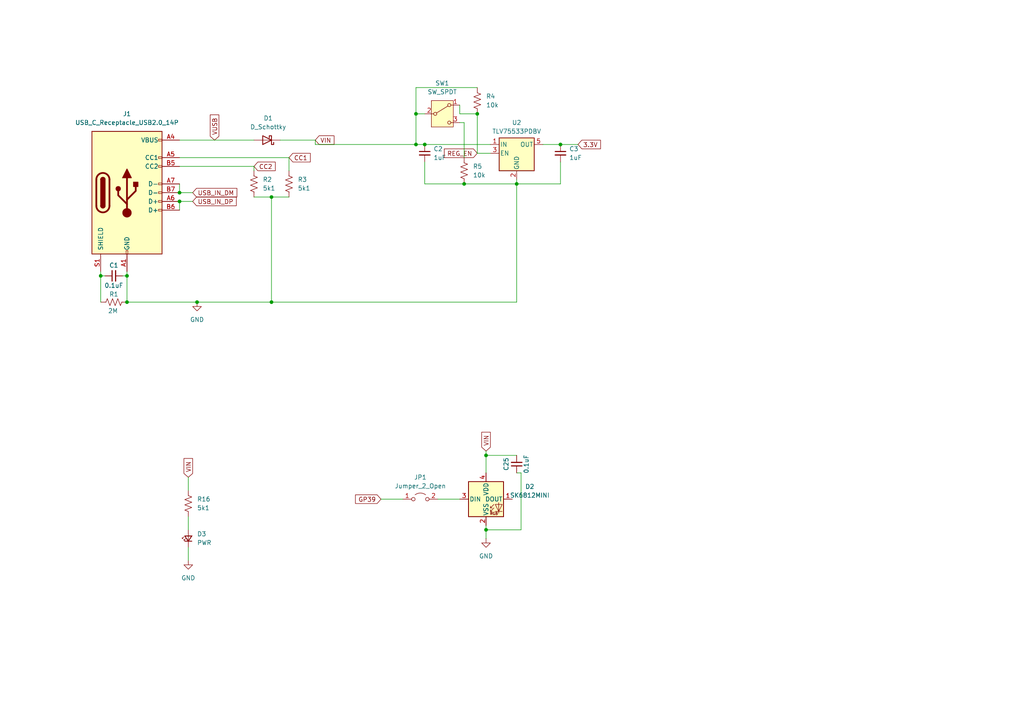
<source format=kicad_sch>
(kicad_sch (version 20231120) (generator "eeschema") (generator_version "8.0")
  (paper "A4")
  (lib_symbols
    (symbol "Connector:USB_C_Receptacle_USB2.0_14P" (pin_names (offset 1.016))
      (property "Reference" "J" (at 0 22.225 0))
      (property "Value" "USB_C_Receptacle_USB2.0_14P" (at 0 19.685 0))
      (symbol "USB_C_Receptacle_USB2.0_14P_0_0"
        (rectangle (start -0.254 -17.78) (end 0.254 -16.764))
        (rectangle (start 10.16 -4.826) (end 9.144 -5.334))
        (rectangle (start 10.16 -2.286) (end 9.144 -2.794))
        (rectangle (start 10.16 0.254) (end 9.144 -0.254))
        (rectangle (start 10.16 2.794) (end 9.144 2.286))
        (rectangle (start 10.16 7.874) (end 9.144 7.366))
        (rectangle (start 10.16 10.414) (end 9.144 9.906))
        (rectangle (start 10.16 15.494) (end 9.144 14.986))
      )
      (symbol "USB_C_Receptacle_USB2.0_14P_0_1"
        (rectangle (start -10.16 17.78) (end 10.16 -17.78) (stroke (width 0.254)) (fill (type background)))
        (arc (start -8.89 -3.81) (mid -6.985 -5.7067) (end -5.08 -3.81) (stroke (width 0.508)))
        (arc (start -7.62 -3.81) (mid -6.985 -4.4423) (end -6.35 -3.81) (stroke (width 0.254)))
        (arc (start -7.62 -3.81) (mid -6.985 -4.4423) (end -6.35 -3.81) (stroke (width 0.254)) (fill (type outline)))
        (rectangle (start -7.62 -3.81) (end -6.35 3.81) (stroke (width 0.254)) (fill (type outline)))
        (arc (start -6.35 3.81) (mid -6.985 4.4423) (end -7.62 3.81) (stroke (width 0.254)))
        (arc (start -6.35 3.81) (mid -6.985 4.4423) (end -7.62 3.81) (stroke (width 0.254)) (fill (type outline)))
        (arc (start -5.08 3.81) (mid -6.985 5.7067) (end -8.89 3.81) (stroke (width 0.508)))
        (circle (center -2.54 1.143) (radius 0.635) (stroke (width 0.254)) (fill (type outline)))
        (circle (center 0 -5.842) (radius 1.27) (fill (type outline)))
        (polyline (pts (xy -8.89 -3.81) (xy -8.89 3.81)) (stroke (width 0.508)))
        (polyline (pts (xy -5.08 3.81) (xy -5.08 -3.81)) (stroke (width 0.508)))
        (polyline (pts (xy 0 -5.842) (xy 0 4.318)) (stroke (width 0.508)))
        (polyline (pts (xy 0 -3.302) (xy -2.54 -0.762) (xy -2.54 0.508)) (stroke (width 0.508)))
        (polyline (pts (xy 0 -2.032) (xy 2.54 0.508) (xy 2.54 1.778)) (stroke (width 0.508)))
        (polyline (pts (xy -1.27 4.318) (xy 0 6.858) (xy 1.27 4.318) (xy -1.27 4.318)) (stroke (width 0.254)) (fill (type outline)))
        (rectangle (start 1.905 1.778) (end 3.175 3.048) (stroke (width 0.254)) (fill (type outline)))
      )
      (symbol "USB_C_Receptacle_USB2.0_14P_1_1"
        (pin passive line (at 0 -22.86 90) (length 5.08) (name "GND") (number "A1"))
        (pin passive line (at 0 -22.86 90) (length 5.08) hide (name "GND") (number "A12"))
        (pin passive line (at 15.24 15.24 180) (length 5.08) (name "VBUS") (number "A4"))
        (pin bidirectional line (at 15.24 10.16 180) (length 5.08) (name "CC1") (number "A5"))
        (pin bidirectional line (at 15.24 -2.54 180) (length 5.08) (name "D+") (number "A6"))
        (pin bidirectional line (at 15.24 2.54 180) (length 5.08) (name "D-") (number "A7"))
        (pin passive line (at 15.24 15.24 180) (length 5.08) hide (name "VBUS") (number "A9"))
        (pin passive line (at 0 -22.86 90) (length 5.08) hide (name "GND") (number "B1"))
        (pin passive line (at 0 -22.86 90) (length 5.08) hide (name "GND") (number "B12"))
        (pin passive line (at 15.24 15.24 180) (length 5.08) hide (name "VBUS") (number "B4"))
        (pin bidirectional line (at 15.24 7.62 180) (length 5.08) (name "CC2") (number "B5"))
        (pin bidirectional line (at 15.24 -5.08 180) (length 5.08) (name "D+") (number "B6"))
        (pin bidirectional line (at 15.24 0 180) (length 5.08) (name "D-") (number "B7"))
        (pin passive line (at 15.24 15.24 180) (length 5.08) hide (name "VBUS") (number "B9"))
        (pin passive line (at -7.62 -22.86 90) (length 5.08) (name "SHIELD") (number "S1"))
      )
    )
    (symbol "Device:C_Small" (pin_numbers hide) (pin_names (offset 0.254) hide)
      (property "Reference" "C" (at 0.254 1.778 0))
      (property "Value" "C_Small" (at 0.254 -2.032 0))
      (symbol "C_Small_0_1"
        (polyline (pts (xy -1.524 -0.508) (xy 1.524 -0.508)) (stroke (width 0.3302)))
        (polyline (pts (xy -1.524 0.508) (xy 1.524 0.508)) (stroke (width 0.3048)))
      )
      (symbol "C_Small_1_1"
        (pin passive line (at 0 2.54 270) (length 2.032) (name "~") (number "1"))
        (pin passive line (at 0 -2.54 90) (length 2.032) (name "~") (number "2"))
      )
    )
    (symbol "Device:D_Schottky" (pin_numbers hide) (pin_names (offset 1.016) hide)
      (property "Reference" "D" (at 0 2.54 0))
      (property "Value" "D_Schottky" (at 0 -2.54 0))
      (symbol "D_Schottky_0_1"
        (polyline (pts (xy 1.27 0) (xy -1.27 0)))
        (polyline (pts (xy 1.27 1.27) (xy 1.27 -1.27) (xy -1.27 0) (xy 1.27 1.27)) (stroke (width 0.254)))
        (polyline (pts (xy -1.905 0.635) (xy -1.905 1.27) (xy -1.27 1.27) (xy -1.27 -1.27) (xy -0.635 -1.27) (xy -0.635 -0.635)) (stroke (width 0.254)))
      )
      (symbol "D_Schottky_1_1"
        (pin passive line (at -3.81 0 0) (length 2.54) (name "K") (number "1"))
        (pin passive line (at 3.81 0 180) (length 2.54) (name "A") (number "2"))
      )
    )
    (symbol "Device:LED_Small" (pin_numbers hide) (pin_names (offset 0.254) hide)
      (property "Reference" "D" (at -1.27 3.175 0))
      (property "Value" "LED_Small" (at -4.445 -2.54 0))
      (symbol "LED_Small_0_1"
        (polyline (pts (xy -0.762 -1.016) (xy -0.762 1.016)) (stroke (width 0.254)))
        (polyline (pts (xy 1.016 0) (xy -0.762 0)))
        (polyline (pts (xy 0.762 -1.016) (xy -0.762 0) (xy 0.762 1.016) (xy 0.762 -1.016)) (stroke (width 0.254)))
        (polyline (pts (xy 0 0.762) (xy -0.508 1.27) (xy -0.254 1.27) (xy -0.508 1.27) (xy -0.508 1.016)))
        (polyline (pts (xy 0.508 1.27) (xy 0 1.778) (xy 0.254 1.778) (xy 0 1.778) (xy 0 1.524)))
      )
      (symbol "LED_Small_1_1"
        (pin passive line (at -2.54 0 0) (length 1.778) (name "K") (number "1"))
        (pin passive line (at 2.54 0 180) (length 1.778) (name "A") (number "2"))
      )
    )
    (symbol "Device:R_US" (pin_numbers hide) (pin_names (offset 0))
      (property "Reference" "R" (at 2.54 0 90))
      (property "Value" "R_US" (at -2.54 0 90))
      (symbol "R_US_0_1"
        (polyline (pts (xy 0 -2.286) (xy 0 -2.54)))
        (polyline (pts (xy 0 2.286) (xy 0 2.54)))
        (polyline (pts (xy 0 -0.762) (xy 1.016 -1.143) (xy 0 -1.524) (xy -1.016 -1.905) (xy 0 -2.286)))
        (polyline (pts (xy 0 0.762) (xy 1.016 0.381) (xy 0 0) (xy -1.016 -0.381) (xy 0 -0.762)))
        (polyline (pts (xy 0 2.286) (xy 1.016 1.905) (xy 0 1.524) (xy -1.016 1.143) (xy 0 0.762)))
      )
      (symbol "R_US_1_1"
        (pin passive line (at 0 3.81 270) (length 1.27) (name "~") (number "1"))
        (pin passive line (at 0 -3.81 90) (length 1.27) (name "~") (number "2"))
      )
    )
    (symbol "Jumper:Jumper_2_Open" (pin_names (offset 0) hide)
      (property "Reference" "JP" (at 0 2.794 0))
      (property "Value" "Jumper_2_Open" (at 0 -2.286 0))
      (symbol "Jumper_2_Open_0_0"
        (circle (center -2.032 0) (radius 0.508))
        (circle (center 2.032 0) (radius 0.508))
      )
      (symbol "Jumper_2_Open_0_1"
        (arc (start 1.524 1.27) (mid 0 1.778) (end -1.524 1.27))
      )
      (symbol "Jumper_2_Open_1_1"
        (pin passive line (at -5.08 0 0) (length 2.54) (name "A") (number "1"))
        (pin passive line (at 5.08 0 180) (length 2.54) (name "B") (number "2"))
      )
    )
    (symbol "LED:SK6812MINI" (pin_names (offset 0.254))
      (property "Reference" "D" (at 5.08 5.715 0))
      (property "Value" "SK6812MINI" (at 1.27 -5.715 0))
      (symbol "SK6812MINI_0_0"
        (text "RGB" (at 2.286 -4.191 0) (effects (font (size 0.762 0.762))))
      )
      (symbol "SK6812MINI_0_1"
        (polyline (pts (xy 1.27 -3.556) (xy 1.778 -3.556)))
        (polyline (pts (xy 1.27 -2.54) (xy 1.778 -2.54)))
        (polyline (pts (xy 4.699 -3.556) (xy 2.667 -3.556)))
        (polyline (pts (xy 2.286 -2.54) (xy 1.27 -3.556) (xy 1.27 -3.048)))
        (polyline (pts (xy 2.286 -1.524) (xy 1.27 -2.54) (xy 1.27 -2.032)))
        (polyline (pts (xy 3.683 -1.016) (xy 3.683 -3.556) (xy 3.683 -4.064)))
        (polyline (pts (xy 4.699 -1.524) (xy 2.667 -1.524) (xy 3.683 -3.556) (xy 4.699 -1.524)))
        (rectangle (start 5.08 5.08) (end -5.08 -5.08) (stroke (width 0.254)) (fill (type background)))
      )
      (symbol "SK6812MINI_1_1"
        (pin output line (at 7.62 0 180) (length 2.54) (name "DOUT") (number "1"))
        (pin power_in line (at 0 -7.62 90) (length 2.54) (name "VSS") (number "2"))
        (pin input line (at -7.62 0 0) (length 2.54) (name "DIN") (number "3"))
        (pin power_in line (at 0 7.62 270) (length 2.54) (name "VDD") (number "4"))
      )
    )
    (symbol "Regulator_Linear:TLV75533PDBV" (pin_names (offset 0.254))
      (property "Reference" "U" (at -3.81 5.715 0))
      (property "Value" "TLV75533PDBV" (at 0 5.715 0))
      (symbol "TLV75533PDBV_0_1"
        (rectangle (start -5.08 4.445) (end 5.08 -5.08) (stroke (width 0.254)) (fill (type background)))
      )
      (symbol "TLV75533PDBV_1_1"
        (pin power_in line (at -7.62 2.54 0) (length 2.54) (name "IN") (number "1"))
        (pin power_in line (at 0 -7.62 90) (length 2.54) (name "GND") (number "2"))
        (pin input line (at -7.62 0 0) (length 2.54) (name "EN") (number "3"))
        (pin no_connect line (at 5.08 0 180) (length 2.54) hide (name "NC") (number "4"))
        (pin power_out line (at 7.62 2.54 180) (length 2.54) (name "OUT") (number "5"))
      )
    )
    (symbol "Switch:SW_SPDT" (pin_names (offset 0) hide)
      (property "Reference" "SW" (at 0 5.08 0))
      (property "Value" "SW_SPDT" (at 0 -5.08 0))
      (symbol "SW_SPDT_0_1"
        (circle (center -2.032 0) (radius 0.4572))
        (polyline (pts (xy -1.651 0.254) (xy 1.651 2.286)))
        (circle (center 2.032 -2.54) (radius 0.4572))
        (circle (center 2.032 2.54) (radius 0.4572))
      )
      (symbol "SW_SPDT_1_1"
        (rectangle (start -3.175 3.81) (end 3.175 -3.81) (fill (type background)))
        (pin passive line (at 5.08 2.54 180) (length 2.54) (name "A") (number "1"))
        (pin passive line (at -5.08 0 0) (length 2.54) (name "B") (number "2"))
        (pin passive line (at 5.08 -2.54 180) (length 2.54) (name "C") (number "3"))
      )
    )
    (symbol "power:GND" (power) (pin_numbers hide) (pin_names (offset 0) hide)
      (property "Value" "GND" (at 0 -3.81 0))
      (symbol "GND_0_1"
        (polyline (pts (xy 0 0) (xy 0 -1.27) (xy 1.27 -1.27) (xy 0 -2.54) (xy -1.27 -1.27) (xy 0 -1.27)))
      )
      (symbol "GND_1_1"
        (pin power_in line (at 0 0 270) (length 0) (name "~") (number "1"))
      )
    )
  )
  (junction (at 120.65 33.02))
  (junction (at 36.83 80.01))
  (junction (at 149.86 53.34))
  (junction (at 120.65 41.91))
  (junction (at 57.15 87.63))
  (junction (at 29.21 80.01))
  (junction (at 162.56 41.91))
  (junction (at 140.97 153.67))
  (junction (at 36.83 87.63))
  (junction (at 134.62 53.34))
  (junction (at 78.74 57.15))
  (junction (at 52.07 55.88))
  (junction (at 140.97 132.08))
  (junction (at 123.19 41.91))
  (junction (at 52.07 58.42))
  (junction (at 138.43 33.02))
  (junction (at 78.74 87.63))
  (wire (pts (xy 54.61 158.75) (xy 54.61 162.56)))
  (wire (pts (xy 81.28 40.64) (xy 91.44 40.64)))
  (wire (pts (xy 123.19 41.91) (xy 120.65 41.91)))
  (wire (pts (xy 29.21 80.01) (xy 30.48 80.01)))
  (wire (pts (xy 78.74 87.63) (xy 57.15 87.63)))
  (wire (pts (xy 134.62 35.56) (xy 134.62 45.72)))
  (wire (pts (xy 133.35 35.56) (xy 134.62 35.56)))
  (wire (pts (xy 123.19 53.34) (xy 134.62 53.34)))
  (wire (pts (xy 162.56 46.99) (xy 162.56 53.34)))
  (wire (pts (xy 149.86 53.34) (xy 149.86 87.63)))
  (wire (pts (xy 120.65 33.02) (xy 123.19 33.02)))
  (wire (pts (xy 73.66 48.26) (xy 73.66 49.53)))
  (wire (pts (xy 110.49 144.78) (xy 116.84 144.78)))
  (wire (pts (xy 149.86 137.16) (xy 151.13 137.16)))
  (wire (pts (xy 149.86 52.07) (xy 149.86 53.34)))
  (wire (pts (xy 134.62 53.34) (xy 149.86 53.34)))
  (wire (pts (xy 157.48 41.91) (xy 162.56 41.91)))
  (wire (pts (xy 151.13 153.67) (xy 140.97 153.67)))
  (wire (pts (xy 52.07 40.64) (xy 73.66 40.64)))
  (wire (pts (xy 78.74 57.15) (xy 78.74 87.63)))
  (wire (pts (xy 149.86 87.63) (xy 78.74 87.63)))
  (wire (pts (xy 73.66 57.15) (xy 78.74 57.15)))
  (wire (pts (xy 151.13 137.16) (xy 151.13 153.67)))
  (wire (pts (xy 52.07 48.26) (xy 73.66 48.26)))
  (wire (pts (xy 138.43 25.4) (xy 120.65 25.4)))
  (wire (pts (xy 29.21 80.01) (xy 29.21 87.63)))
  (wire (pts (xy 127 144.78) (xy 133.35 144.78)))
  (wire (pts (xy 120.65 25.4) (xy 120.65 33.02)))
  (wire (pts (xy 138.43 33.02) (xy 138.43 44.45)))
  (wire (pts (xy 140.97 153.67) (xy 140.97 156.21)))
  (wire (pts (xy 123.19 46.99) (xy 123.19 53.34)))
  (wire (pts (xy 91.44 41.91) (xy 91.44 40.64)))
  (wire (pts (xy 54.61 138.43) (xy 54.61 142.24)))
  (wire (pts (xy 140.97 132.08) (xy 140.97 137.16)))
  (wire (pts (xy 140.97 132.08) (xy 149.86 132.08)))
  (wire (pts (xy 133.35 33.02) (xy 138.43 33.02)))
  (wire (pts (xy 78.74 57.15) (xy 83.82 57.15)))
  (wire (pts (xy 29.21 78.74) (xy 29.21 80.01)))
  (wire (pts (xy 162.56 53.34) (xy 149.86 53.34)))
  (wire (pts (xy 36.83 78.74) (xy 36.83 80.01)))
  (wire (pts (xy 142.24 41.91) (xy 123.19 41.91)))
  (wire (pts (xy 57.15 87.63) (xy 36.83 87.63)))
  (wire (pts (xy 140.97 152.4) (xy 140.97 153.67)))
  (wire (pts (xy 52.07 58.42) (xy 52.07 60.96)))
  (wire (pts (xy 83.82 45.72) (xy 83.82 49.53)))
  (wire (pts (xy 162.56 41.91) (xy 167.64 41.91)))
  (wire (pts (xy 54.61 149.86) (xy 54.61 153.67)))
  (wire (pts (xy 120.65 41.91) (xy 91.44 41.91)))
  (wire (pts (xy 138.43 44.45) (xy 142.24 44.45)))
  (wire (pts (xy 52.07 53.34) (xy 52.07 55.88)))
  (wire (pts (xy 133.35 30.48) (xy 133.35 33.02)))
  (wire (pts (xy 52.07 55.88) (xy 55.88 55.88)))
  (wire (pts (xy 52.07 45.72) (xy 83.82 45.72)))
  (wire (pts (xy 140.97 130.81) (xy 140.97 132.08)))
  (wire (pts (xy 52.07 58.42) (xy 55.88 58.42)))
  (wire (pts (xy 35.56 80.01) (xy 36.83 80.01)))
  (wire (pts (xy 36.83 80.01) (xy 36.83 87.63)))
  (wire (pts (xy 120.65 33.02) (xy 120.65 41.91)))
  (global_label "CC2" (shape input) (at 73.66 48.26 0) (property "Intersheetrefs" "${INTERSHEET_REFS}" (effects (hide yes))))
  (global_label "VIN" (shape input) (at 140.97 130.81 90) (property "Intersheetrefs" "${INTERSHEET_REFS}" (effects (hide yes))))
  (global_label "REG_EN" (shape input) (at 138.43 44.45 180) (property "Intersheetrefs" "${INTERSHEET_REFS}" (effects (hide yes))))
  (global_label "VIN" (shape input) (at 91.44 40.64 0) (property "Intersheetrefs" "${INTERSHEET_REFS}" (effects (hide yes))))
  (global_label "CC1" (shape input) (at 83.82 45.72 0) (property "Intersheetrefs" "${INTERSHEET_REFS}" (effects (hide yes))))
  (global_label "VUSB" (shape input) (at 62.23 40.64 90) (property "Intersheetrefs" "${INTERSHEET_REFS}" (effects (hide yes))))
  (global_label "VIN" (shape input) (at 54.61 138.43 90) (property "Intersheetrefs" "${INTERSHEET_REFS}" (effects (hide yes))))
  (global_label "GP39" (shape input) (at 110.49 144.78 180) (property "Intersheetrefs" "${INTERSHEET_REFS}" (effects (hide yes))))
  (global_label "3.3V" (shape input) (at 167.64 41.91 0) (property "Intersheetrefs" "${INTERSHEET_REFS}" (effects (hide yes))))
  (global_label "USB_IN_DP" (shape input) (at 55.88 58.42 0) (property "Intersheetrefs" "${INTERSHEET_REFS}" (effects (hide yes))))
  (global_label "USB_IN_DM" (shape input) (at 55.88 55.88 0) (property "Intersheetrefs" "${INTERSHEET_REFS}" (effects (hide yes))))
  (symbol (lib_id "LED:SK6812MINI") (at 140.97 144.78 0) (unit 1)
    (property "Reference" "D2" (at 153.67 141.132 0))
    (property "Value" "SK6812MINI" (at 153.67 143.672 0))
    (property "Footprint" "LED_SMD:LED_SK6812MINI_PLCC4_3.5x3.5mm_P1.75mm" (effects (hide yes)))
    (property "Datasheet" "https://cdn-shop.adafruit.com/product-files/2686/SK6812MINI_REV.01-1-2.pdf" (effects (hide yes)))
    (property "Description" "RGB LED with integrated controller" (effects (hide yes)))
  )
  (symbol (lib_id "Device:R_US") (at 54.61 146.05 0) (unit 1)
    (property "Reference" "R16" (at 57.15 144.7799 0) (effects (justify left)))
    (property "Value" "5k1" (at 57.15 147.3199 0) (effects (justify left)))
    (property "Footprint" "Resistor_SMD:R_0402_1005Metric" (effects (hide yes)))
    (property "Description" "Resistor, US symbol" (effects (hide yes)))
  )
  (symbol (lib_id "Device:R_US") (at 83.82 53.34 180) (unit 1)
    (property "Reference" "R3" (at 86.36 52.0699 0) (effects (justify right)))
    (property "Value" "5k1" (at 86.36 54.6099 0) (effects (justify right)))
    (property "Footprint" "Resistor_SMD:R_0402_1005Metric" (effects (hide yes)))
    (property "Description" "Resistor, US symbol" (effects (hide yes)))
  )
  (symbol (lib_id "power:GND") (at 57.15 87.63 0) (unit 1)
    (property "Reference" "#PWR01" (effects (hide yes)))
    (property "Value" "GND" (at 57.15 92.71 0))
    (property "Description" "Power symbol creates a global label with name \"GND\" , ground" (effects (hide yes)))
  )
  (symbol (lib_id "Device:R_US") (at 73.66 53.34 180) (unit 1)
    (property "Reference" "R2" (at 76.2 52.0699 0) (effects (justify right)))
    (property "Value" "5k1" (at 76.2 54.6099 0) (effects (justify right)))
    (property "Footprint" "Resistor_SMD:R_0402_1005Metric" (effects (hide yes)))
    (property "Description" "Resistor, US symbol" (effects (hide yes)))
  )
  (symbol (lib_id "Connector:USB_C_Receptacle_USB2.0_14P") (at 36.83 55.88 0) (unit 1)
    (property "Reference" "J1" (at 36.83 33.02 0))
    (property "Value" "USB_C_Receptacle_USB2.0_14P" (at 36.83 35.56 0))
    (property "Footprint" "Connector_USB:USB_C_Receptacle_GCT_USB4105-xx-A_16P_TopMnt_Horizontal" (effects (hide yes)))
    (property "Datasheet" "https://www.usb.org/sites/default/files/documents/usb_type-c.zip" (effects (hide yes)))
    (property "Description" "USB 2.0-only 14P Type-C Receptacle connector" (effects (hide yes)))
  )
  (symbol (lib_id "Switch:SW_SPDT") (at 128.27 33.02 0) (unit 1)
    (property "Reference" "SW1" (at 128.27 24.13 0))
    (property "Value" "SW_SPDT" (at 128.27 26.67 0))
    (property "Footprint" "Button_Switch_SMD:SW_SPDT_CK_JS102011SAQN" (effects (hide yes)))
    (property "Description" "Switch, single pole double throw" (effects (hide yes)))
  )
  (symbol (lib_id "Device:R_US") (at 138.43 29.21 0) (unit 1)
    (property "Reference" "R4" (at 140.97 27.9399 0) (effects (justify left)))
    (property "Value" "10k" (at 140.97 30.4799 0) (effects (justify left)))
    (property "Footprint" "Resistor_SMD:R_0402_1005Metric" (effects (hide yes)))
    (property "Description" "Resistor, US symbol" (effects (hide yes)))
  )
  (symbol (lib_id "Device:C_Small") (at 162.56 44.45 0) (unit 1)
    (property "Reference" "C3" (at 165.1 43.1862 0) (effects (justify left)))
    (property "Value" "1uF" (at 165.1 45.7262 0) (effects (justify left)))
    (property "Footprint" "Capacitor_SMD:C_0805_2012Metric" (effects (hide yes)))
    (property "Description" "Unpolarized capacitor, small symbol" (effects (hide yes)))
  )
  (symbol (lib_id "Device:C_Small") (at 123.19 44.45 0) (unit 1)
    (property "Reference" "C2" (at 125.73 43.1862 0) (effects (justify left)))
    (property "Value" "1uF" (at 125.73 45.7262 0) (effects (justify left)))
    (property "Footprint" "Capacitor_SMD:C_0805_2012Metric" (effects (hide yes)))
    (property "Description" "Unpolarized capacitor, small symbol" (effects (hide yes)))
  )
  (symbol (lib_id "Device:LED_Small") (at 54.61 156.21 90) (unit 1)
    (property "Reference" "D3" (at 57.15 154.8764 90) (effects (justify right)))
    (property "Value" "PWR" (at 57.15 157.4164 90) (effects (justify right)))
    (property "Footprint" "LED_SMD:LED_0603_1608Metric" (effects (hide yes)))
    (property "Description" "Light emitting diode, small symbol" (effects (hide yes)))
  )
  (symbol (lib_id "Device:R_US") (at 134.62 49.53 0) (unit 1)
    (property "Reference" "R5" (at 137.16 48.2599 0) (effects (justify left)))
    (property "Value" "10k" (at 137.16 50.7999 0) (effects (justify left)))
    (property "Footprint" "Resistor_SMD:R_0402_1005Metric" (effects (hide yes)))
    (property "Description" "Resistor, US symbol" (effects (hide yes)))
  )
  (symbol (lib_id "Device:C_Small") (at 33.02 80.01 90) (unit 1)
    (property "Reference" "C1" (at 33.02 76.962 90))
    (property "Value" "0.1uF" (at 33.02 82.804 90))
    (property "Footprint" "Capacitor_SMD:C_0402_1005Metric" (effects (hide yes)))
    (property "Description" "Unpolarized capacitor, small symbol" (effects (hide yes)))
  )
  (symbol (lib_id "Jumper:Jumper_2_Open") (at 121.92 144.78 0) (unit 1)
    (property "Reference" "JP1" (at 121.92 138.43 0))
    (property "Value" "Jumper_2_Open" (at 121.92 140.97 0))
    (property "Footprint" "Jumper:SolderJumper-2_P1.3mm_Open_RoundedPad1.0x1.5mm" (effects (hide yes)))
    (property "Description" "Jumper, 2-pole, open" (effects (hide yes)))
  )
  (symbol (lib_id "power:GND") (at 54.61 162.56 0) (unit 1)
    (property "Reference" "#PWR014" (effects (hide yes)))
    (property "Value" "GND" (at 54.61 167.64 0))
    (property "Description" "Power symbol creates a global label with name \"GND\" , ground" (effects (hide yes)))
  )
  (symbol (lib_id "Device:C_Small") (at 149.86 134.62 180) (unit 1)
    (property "Reference" "C25" (at 146.812 134.62 90))
    (property "Value" "0.1uF" (at 152.654 134.62 90))
    (property "Footprint" "Capacitor_SMD:C_0402_1005Metric" (effects (hide yes)))
    (property "Description" "Unpolarized capacitor, small symbol" (effects (hide yes)))
  )
  (symbol (lib_id "Device:D_Schottky") (at 77.47 40.64 180) (unit 1)
    (property "Reference" "D1" (at 77.7875 34.29 0))
    (property "Value" "D_Schottky" (at 77.7875 36.83 0))
    (property "Footprint" "Diode_SMD:D_SOD-123" (effects (hide yes)))
    (property "Description" "Schottky diode" (effects (hide yes)))
  )
  (symbol (lib_id "Regulator_Linear:TLV75533PDBV") (at 149.86 44.45 0) (unit 1)
    (property "Reference" "U2" (at 149.86 35.56 0))
    (property "Value" "TLV75533PDBV" (at 149.86 38.1 0))
    (property "Footprint" "Package_TO_SOT_SMD:SOT-23-5" (effects (hide yes)))
    (property "Datasheet" "http://www.ti.com/lit/ds/symlink/tlv755p.pdf" (effects (hide yes)))
    (property "Description" "500mA Low Dropout Voltage Regulator, Fixed Output 3.3V, SOT-23-5" (effects (hide yes)))
  )
  (symbol (lib_id "power:GND") (at 140.97 156.21 0) (unit 1)
    (property "Reference" "#PWR015" (effects (hide yes)))
    (property "Value" "GND" (at 140.97 161.29 0))
    (property "Description" "Power symbol creates a global label with name \"GND\" , ground" (effects (hide yes)))
  )
  (symbol (lib_id "Device:R_US") (at 33.02 87.63 90) (unit 1)
    (property "Reference" "R1" (at 33.02 85.344 90))
    (property "Value" "2M" (at 32.766 90.17 90))
    (property "Footprint" "Resistor_SMD:R_0402_1005Metric" (effects (hide yes)))
    (property "Description" "Resistor, US symbol" (effects (hide yes)))
  )
)
</source>
